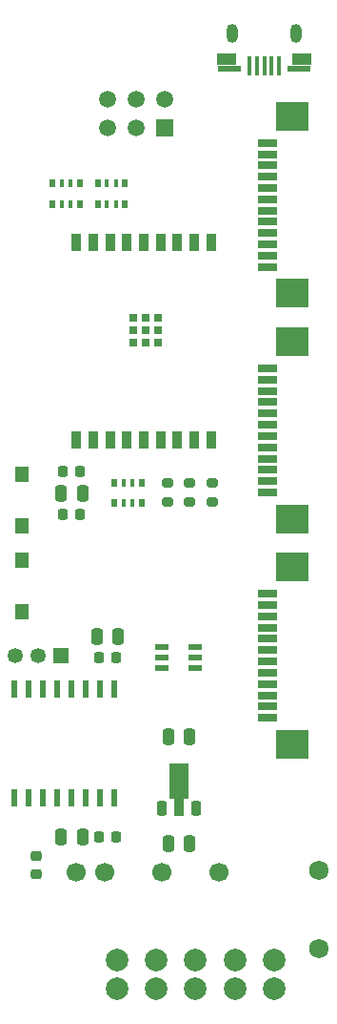
<source format=gbr>
%TF.GenerationSoftware,KiCad,Pcbnew,9.0.2*%
%TF.CreationDate,2025-06-10T08:24:41+03:00*%
%TF.ProjectId,PMMCU-ESP32C3,504d4d43-552d-4455-9350-333243332e6b,rev?*%
%TF.SameCoordinates,Original*%
%TF.FileFunction,Soldermask,Top*%
%TF.FilePolarity,Negative*%
%FSLAX46Y46*%
G04 Gerber Fmt 4.6, Leading zero omitted, Abs format (unit mm)*
G04 Created by KiCad (PCBNEW 9.0.2) date 2025-06-10 08:24:41*
%MOMM*%
%LPD*%
G01*
G04 APERTURE LIST*
G04 Aperture macros list*
%AMRoundRect*
0 Rectangle with rounded corners*
0 $1 Rounding radius*
0 $2 $3 $4 $5 $6 $7 $8 $9 X,Y pos of 4 corners*
0 Add a 4 corners polygon primitive as box body*
4,1,4,$2,$3,$4,$5,$6,$7,$8,$9,$2,$3,0*
0 Add four circle primitives for the rounded corners*
1,1,$1+$1,$2,$3*
1,1,$1+$1,$4,$5*
1,1,$1+$1,$6,$7*
1,1,$1+$1,$8,$9*
0 Add four rect primitives between the rounded corners*
20,1,$1+$1,$2,$3,$4,$5,0*
20,1,$1+$1,$4,$5,$6,$7,0*
20,1,$1+$1,$6,$7,$8,$9,0*
20,1,$1+$1,$8,$9,$2,$3,0*%
%AMFreePoly0*
4,1,9,3.862500,-0.866500,0.737500,-0.866500,0.737500,-0.450000,-0.737500,-0.450000,-0.737500,0.450000,0.737500,0.450000,0.737500,0.866500,3.862500,0.866500,3.862500,-0.866500,3.862500,-0.866500,$1*%
G04 Aperture macros list end*
%ADD10R,1.803400X0.635000*%
%ADD11R,2.997200X2.590800*%
%ADD12R,1.244600X1.346200*%
%ADD13R,0.889000X1.498600*%
%ADD14R,0.711200X0.711200*%
%ADD15RoundRect,0.225000X0.225000X0.250000X-0.225000X0.250000X-0.225000X-0.250000X0.225000X-0.250000X0*%
%ADD16R,1.500000X1.500000*%
%ADD17C,1.500000*%
%ADD18RoundRect,0.225000X0.225000X-0.425000X0.225000X0.425000X-0.225000X0.425000X-0.225000X-0.425000X0*%
%ADD19FreePoly0,90.000000*%
%ADD20R,0.406400X1.750000*%
%ADD21R,1.654126X1.104108*%
%ADD22R,2.108196X0.496100*%
%ADD23O,1.000000X1.700000*%
%ADD24R,2.108196X0.496108*%
%ADD25R,1.654066X1.104100*%
%ADD26R,0.500000X0.800000*%
%ADD27R,0.400000X0.800000*%
%ADD28RoundRect,0.250000X0.250000X0.475000X-0.250000X0.475000X-0.250000X-0.475000X0.250000X-0.475000X0*%
%ADD29R,0.482600X1.549400*%
%ADD30C,2.000000*%
%ADD31RoundRect,0.200000X0.275000X-0.200000X0.275000X0.200000X-0.275000X0.200000X-0.275000X-0.200000X0*%
%ADD32R,1.181100X0.558800*%
%ADD33RoundRect,0.225000X-0.225000X-0.250000X0.225000X-0.250000X0.225000X0.250000X-0.225000X0.250000X0*%
%ADD34C,1.725000*%
%ADD35C,1.700000*%
%ADD36R,1.350000X1.350000*%
%ADD37C,1.350000*%
%ADD38RoundRect,0.225000X0.250000X-0.225000X0.250000X0.225000X-0.250000X0.225000X-0.250000X-0.225000X0*%
G04 APERTURE END LIST*
D10*
%TO.C,J3*%
X24444000Y24500008D03*
X24444000Y25500006D03*
X24444000Y26500004D03*
X24444000Y27500002D03*
X24444000Y28500000D03*
X24444000Y29500000D03*
X24444000Y30500000D03*
X24444000Y31500000D03*
X24444000Y32499998D03*
X24444000Y33499996D03*
X24444000Y34499994D03*
X24444000Y35499992D03*
D11*
X26614001Y22149997D03*
X26614001Y37850003D03*
%TD*%
D10*
%TO.C,J2*%
X24444000Y4500008D03*
X24444000Y5500006D03*
X24444000Y6500004D03*
X24444000Y7500002D03*
X24444000Y8500000D03*
X24444000Y9500000D03*
X24444000Y10500000D03*
X24444000Y11500000D03*
X24444000Y12499998D03*
X24444000Y13499996D03*
X24444000Y14499994D03*
X24444000Y15499992D03*
D11*
X26614001Y2149997D03*
X26614001Y17850003D03*
%TD*%
D12*
%TO.C,SW2*%
X2540000Y6096000D03*
X2540000Y1524000D03*
%TD*%
D13*
%TO.C,U1*%
X7390002Y9170000D03*
X8890001Y9170000D03*
X10390001Y9170000D03*
X11890000Y9170000D03*
X13390000Y9170000D03*
X14890000Y9170000D03*
X16390002Y9170000D03*
X17890001Y9170000D03*
X19390001Y9170000D03*
X19389998Y26670000D03*
X17889999Y26670000D03*
X16389999Y26670000D03*
X14890000Y26670000D03*
X13390000Y26670000D03*
X11890000Y26670000D03*
X10389998Y26670000D03*
X8889999Y26670000D03*
X7389999Y26670000D03*
D14*
X12490000Y17780000D03*
X13590000Y17780000D03*
X14690000Y17780000D03*
X12490000Y18880000D03*
X13590000Y18880000D03*
X14690000Y18880000D03*
X12490000Y19980000D03*
X13590000Y19980000D03*
X14690000Y19980000D03*
%TD*%
D15*
%TO.C,C8*%
X10935000Y-10160000D03*
X9385000Y-10160000D03*
%TD*%
%TO.C,C1*%
X7760000Y2540000D03*
X6210000Y2540000D03*
%TD*%
D16*
%TO.C,SW4*%
X15240000Y36830000D03*
D17*
X12700000Y36830000D03*
X10160000Y36830000D03*
X10160000Y39370000D03*
X12700000Y39370000D03*
X15240000Y39370000D03*
%TD*%
D18*
%TO.C,U2*%
X15010000Y-23540000D03*
D19*
X16510000Y-23452500D03*
D18*
X18010000Y-23540000D03*
%TD*%
D20*
%TO.C,J1*%
X25430000Y42327092D03*
X24780014Y42327092D03*
X24130028Y42327092D03*
X23480042Y42327092D03*
D21*
X27457063Y42900254D03*
D22*
X27230029Y42100150D03*
D23*
X26955029Y45202208D03*
D20*
X22830056Y42327092D03*
D23*
X21305027Y45202208D03*
D24*
X21030031Y42100146D03*
D25*
X20802967Y42900250D03*
%TD*%
D15*
%TO.C,C5*%
X7760000Y6350000D03*
X6210000Y6350000D03*
%TD*%
D26*
%TO.C,RN2*%
X10800000Y3545000D03*
D27*
X11600000Y3545000D03*
X12400000Y3545000D03*
D26*
X13200000Y3545000D03*
X13200000Y5345000D03*
D27*
X12400000Y5345000D03*
X11600000Y5345000D03*
D26*
X10800000Y5345000D03*
%TD*%
D28*
%TO.C,C10*%
X17460000Y-26670000D03*
X15560000Y-26670000D03*
%TD*%
D29*
%TO.C,U6*%
X10795000Y-12954000D03*
X9525000Y-12954000D03*
X8255000Y-12954000D03*
X6985000Y-12954000D03*
X5715000Y-12954000D03*
X4445000Y-12954000D03*
X3175000Y-12954000D03*
X1905000Y-12954000D03*
X1905000Y-22606000D03*
X3175000Y-22606000D03*
X4445000Y-22606000D03*
X5715000Y-22606000D03*
X6985000Y-22606000D03*
X8255000Y-22606000D03*
X9525000Y-22606000D03*
X10795000Y-22606000D03*
%TD*%
D10*
%TO.C,J4*%
X24444000Y-15499992D03*
X24444000Y-14499994D03*
X24444000Y-13499996D03*
X24444000Y-12499998D03*
X24444000Y-11500000D03*
X24444000Y-10500000D03*
X24444000Y-9500000D03*
X24444000Y-8500000D03*
X24444000Y-7500002D03*
X24444000Y-6500004D03*
X24444000Y-5500006D03*
X24444000Y-4500008D03*
D11*
X26614001Y-17850003D03*
X26614001Y-2149997D03*
%TD*%
D30*
%TO.C,J6*%
X11000000Y-37000000D03*
X14500000Y-37000000D03*
X18000000Y-37000000D03*
X21500000Y-37000000D03*
X25000000Y-37000000D03*
X11000000Y-39500000D03*
X14500000Y-39500000D03*
X18000000Y-39500000D03*
X21500000Y-39500000D03*
X25000000Y-39500000D03*
%TD*%
D31*
%TO.C,R3*%
X17500000Y3675000D03*
X17500000Y5325000D03*
%TD*%
D28*
%TO.C,C3*%
X7935000Y-26035000D03*
X6035000Y-26035000D03*
%TD*%
D32*
%TO.C,U5*%
X15043150Y-9209999D03*
X15043150Y-10160000D03*
X15043150Y-11110001D03*
X17976850Y-11110001D03*
X17976850Y-10160000D03*
X17976850Y-9209999D03*
%TD*%
D33*
%TO.C,C9*%
X9385000Y-26035000D03*
X10935000Y-26035000D03*
%TD*%
D28*
%TO.C,C6*%
X11110000Y-8255000D03*
X9210000Y-8255000D03*
%TD*%
D34*
%TO.C,U4*%
X29000000Y-36000000D03*
%TD*%
D31*
%TO.C,R1*%
X19500000Y3675000D03*
X19500000Y5325000D03*
%TD*%
D28*
%TO.C,C4*%
X17460000Y-17145000D03*
X15560000Y-17145000D03*
%TD*%
%TO.C,C2*%
X7935000Y4445000D03*
X6035000Y4445000D03*
%TD*%
D12*
%TO.C,SW1*%
X2540000Y-6096000D03*
X2540000Y-1524000D03*
%TD*%
D35*
%TO.C,PS1*%
X7416800Y-29210000D03*
X9956800Y-29210000D03*
X15036800Y-29210000D03*
X20116800Y-29210000D03*
%TD*%
D31*
%TO.C,R5*%
X15500000Y3675000D03*
X15500000Y5325000D03*
%TD*%
D26*
%TO.C,RN3*%
X7700000Y31900000D03*
D27*
X6900000Y31900000D03*
X6100000Y31900000D03*
D26*
X5300000Y31900000D03*
X5300000Y30100000D03*
D27*
X6100000Y30100000D03*
X6900000Y30100000D03*
D26*
X7700000Y30100000D03*
%TD*%
%TO.C,RN1*%
X11700000Y31900000D03*
D27*
X10900000Y31900000D03*
X10100000Y31900000D03*
D26*
X9300000Y31900000D03*
X9300000Y30100000D03*
D27*
X10100000Y30100000D03*
X10900000Y30100000D03*
D26*
X11700000Y30100000D03*
%TD*%
D36*
%TO.C,J7*%
X6000000Y-10000000D03*
D37*
X4000000Y-10000000D03*
X2000000Y-10000000D03*
%TD*%
D38*
%TO.C,C7*%
X3810000Y-29350000D03*
X3810000Y-27800000D03*
%TD*%
D34*
%TO.C,U3*%
X29000000Y-29000000D03*
%TD*%
M02*

</source>
